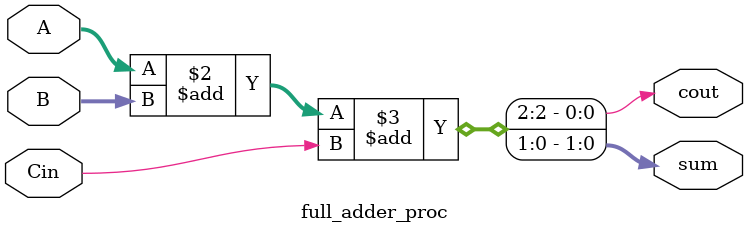
<source format=v>
module full_adder(input [1:0] A, B, input Cin, output [1:0] sum, output cout);

    assign {cout, sum} = A + B + Cin;

endmodule

module full_adder_proc(input [1:0] A, B, input Cin, output reg [1:0] sum, output reg cout);

    always @(*) begin
        
        {cout, sum} = A + B + Cin;
    end

endmodule
</source>
